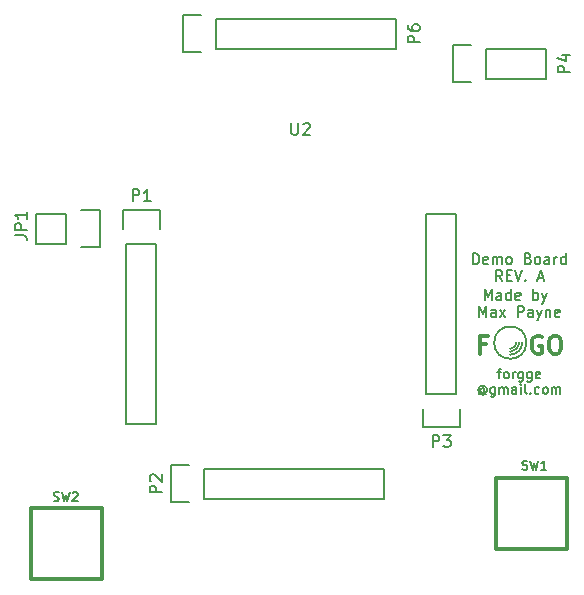
<source format=gto>
G04 #@! TF.FileFunction,Legend,Top*
%FSLAX46Y46*%
G04 Gerber Fmt 4.6, Leading zero omitted, Abs format (unit mm)*
G04 Created by KiCad (PCBNEW 4.0.1-stable) date Sun 03 Jan 2016 01:50:34 PM EET*
%MOMM*%
G01*
G04 APERTURE LIST*
%ADD10C,0.100000*%
%ADD11C,0.150000*%
%ADD12C,0.160000*%
%ADD13C,0.300000*%
%ADD14C,0.200000*%
%ADD15C,0.299720*%
%ADD16C,0.127000*%
G04 APERTURE END LIST*
D10*
D11*
X166042572Y-101038429D02*
X166351143Y-101038429D01*
X166158286Y-101578429D02*
X166158286Y-100884143D01*
X166196858Y-100807000D01*
X166274000Y-100768429D01*
X166351143Y-100768429D01*
X166736857Y-101578429D02*
X166659715Y-101539857D01*
X166621143Y-101501286D01*
X166582572Y-101424143D01*
X166582572Y-101192714D01*
X166621143Y-101115571D01*
X166659715Y-101077000D01*
X166736857Y-101038429D01*
X166852572Y-101038429D01*
X166929715Y-101077000D01*
X166968286Y-101115571D01*
X167006857Y-101192714D01*
X167006857Y-101424143D01*
X166968286Y-101501286D01*
X166929715Y-101539857D01*
X166852572Y-101578429D01*
X166736857Y-101578429D01*
X167354000Y-101578429D02*
X167354000Y-101038429D01*
X167354000Y-101192714D02*
X167392572Y-101115571D01*
X167431143Y-101077000D01*
X167508286Y-101038429D01*
X167585429Y-101038429D01*
X168202572Y-101038429D02*
X168202572Y-101694143D01*
X168164001Y-101771286D01*
X168125429Y-101809857D01*
X168048286Y-101848429D01*
X167932572Y-101848429D01*
X167855429Y-101809857D01*
X168202572Y-101539857D02*
X168125429Y-101578429D01*
X167971143Y-101578429D01*
X167894001Y-101539857D01*
X167855429Y-101501286D01*
X167816858Y-101424143D01*
X167816858Y-101192714D01*
X167855429Y-101115571D01*
X167894001Y-101077000D01*
X167971143Y-101038429D01*
X168125429Y-101038429D01*
X168202572Y-101077000D01*
X168935429Y-101038429D02*
X168935429Y-101694143D01*
X168896858Y-101771286D01*
X168858286Y-101809857D01*
X168781143Y-101848429D01*
X168665429Y-101848429D01*
X168588286Y-101809857D01*
X168935429Y-101539857D02*
X168858286Y-101578429D01*
X168704000Y-101578429D01*
X168626858Y-101539857D01*
X168588286Y-101501286D01*
X168549715Y-101424143D01*
X168549715Y-101192714D01*
X168588286Y-101115571D01*
X168626858Y-101077000D01*
X168704000Y-101038429D01*
X168858286Y-101038429D01*
X168935429Y-101077000D01*
X169629715Y-101539857D02*
X169552572Y-101578429D01*
X169398286Y-101578429D01*
X169321143Y-101539857D01*
X169282572Y-101462714D01*
X169282572Y-101154143D01*
X169321143Y-101077000D01*
X169398286Y-101038429D01*
X169552572Y-101038429D01*
X169629715Y-101077000D01*
X169668286Y-101154143D01*
X169668286Y-101231286D01*
X169282572Y-101308429D01*
X164943286Y-102476714D02*
X164904714Y-102438143D01*
X164827571Y-102399571D01*
X164750429Y-102399571D01*
X164673286Y-102438143D01*
X164634714Y-102476714D01*
X164596143Y-102553857D01*
X164596143Y-102631000D01*
X164634714Y-102708143D01*
X164673286Y-102746714D01*
X164750429Y-102785286D01*
X164827571Y-102785286D01*
X164904714Y-102746714D01*
X164943286Y-102708143D01*
X164943286Y-102399571D02*
X164943286Y-102708143D01*
X164981857Y-102746714D01*
X165020429Y-102746714D01*
X165097571Y-102708143D01*
X165136143Y-102631000D01*
X165136143Y-102438143D01*
X165059000Y-102322429D01*
X164943286Y-102245286D01*
X164789000Y-102206714D01*
X164634714Y-102245286D01*
X164519000Y-102322429D01*
X164441857Y-102438143D01*
X164403286Y-102592429D01*
X164441857Y-102746714D01*
X164519000Y-102862429D01*
X164634714Y-102939571D01*
X164789000Y-102978143D01*
X164943286Y-102939571D01*
X165059000Y-102862429D01*
X165830429Y-102322429D02*
X165830429Y-102978143D01*
X165791858Y-103055286D01*
X165753286Y-103093857D01*
X165676143Y-103132429D01*
X165560429Y-103132429D01*
X165483286Y-103093857D01*
X165830429Y-102823857D02*
X165753286Y-102862429D01*
X165599000Y-102862429D01*
X165521858Y-102823857D01*
X165483286Y-102785286D01*
X165444715Y-102708143D01*
X165444715Y-102476714D01*
X165483286Y-102399571D01*
X165521858Y-102361000D01*
X165599000Y-102322429D01*
X165753286Y-102322429D01*
X165830429Y-102361000D01*
X166216143Y-102862429D02*
X166216143Y-102322429D01*
X166216143Y-102399571D02*
X166254715Y-102361000D01*
X166331857Y-102322429D01*
X166447572Y-102322429D01*
X166524715Y-102361000D01*
X166563286Y-102438143D01*
X166563286Y-102862429D01*
X166563286Y-102438143D02*
X166601857Y-102361000D01*
X166679000Y-102322429D01*
X166794715Y-102322429D01*
X166871857Y-102361000D01*
X166910429Y-102438143D01*
X166910429Y-102862429D01*
X167643286Y-102862429D02*
X167643286Y-102438143D01*
X167604715Y-102361000D01*
X167527572Y-102322429D01*
X167373286Y-102322429D01*
X167296143Y-102361000D01*
X167643286Y-102823857D02*
X167566143Y-102862429D01*
X167373286Y-102862429D01*
X167296143Y-102823857D01*
X167257572Y-102746714D01*
X167257572Y-102669571D01*
X167296143Y-102592429D01*
X167373286Y-102553857D01*
X167566143Y-102553857D01*
X167643286Y-102515286D01*
X168029000Y-102862429D02*
X168029000Y-102322429D01*
X168029000Y-102052429D02*
X167990429Y-102091000D01*
X168029000Y-102129571D01*
X168067572Y-102091000D01*
X168029000Y-102052429D01*
X168029000Y-102129571D01*
X168530428Y-102862429D02*
X168453286Y-102823857D01*
X168414714Y-102746714D01*
X168414714Y-102052429D01*
X168839000Y-102785286D02*
X168877572Y-102823857D01*
X168839000Y-102862429D01*
X168800429Y-102823857D01*
X168839000Y-102785286D01*
X168839000Y-102862429D01*
X169571857Y-102823857D02*
X169494714Y-102862429D01*
X169340428Y-102862429D01*
X169263286Y-102823857D01*
X169224714Y-102785286D01*
X169186143Y-102708143D01*
X169186143Y-102476714D01*
X169224714Y-102399571D01*
X169263286Y-102361000D01*
X169340428Y-102322429D01*
X169494714Y-102322429D01*
X169571857Y-102361000D01*
X170034714Y-102862429D02*
X169957572Y-102823857D01*
X169919000Y-102785286D01*
X169880429Y-102708143D01*
X169880429Y-102476714D01*
X169919000Y-102399571D01*
X169957572Y-102361000D01*
X170034714Y-102322429D01*
X170150429Y-102322429D01*
X170227572Y-102361000D01*
X170266143Y-102399571D01*
X170304714Y-102476714D01*
X170304714Y-102708143D01*
X170266143Y-102785286D01*
X170227572Y-102823857D01*
X170150429Y-102862429D01*
X170034714Y-102862429D01*
X170651857Y-102862429D02*
X170651857Y-102322429D01*
X170651857Y-102399571D02*
X170690429Y-102361000D01*
X170767571Y-102322429D01*
X170883286Y-102322429D01*
X170960429Y-102361000D01*
X170999000Y-102438143D01*
X170999000Y-102862429D01*
X170999000Y-102438143D02*
X171037571Y-102361000D01*
X171114714Y-102322429D01*
X171230429Y-102322429D01*
X171307571Y-102361000D01*
X171346143Y-102438143D01*
X171346143Y-102862429D01*
D12*
X167132000Y-99314000D02*
G75*
G03X167894000Y-98552000I0J762000D01*
G01*
X167132000Y-99568000D02*
G75*
G03X168148000Y-98552000I0J1016000D01*
G01*
X167132000Y-99060000D02*
G75*
G03X167640000Y-98552000I0J508000D01*
G01*
D13*
X169787143Y-98056000D02*
X169644286Y-97984571D01*
X169430000Y-97984571D01*
X169215715Y-98056000D01*
X169072857Y-98198857D01*
X169001429Y-98341714D01*
X168930000Y-98627429D01*
X168930000Y-98841714D01*
X169001429Y-99127429D01*
X169072857Y-99270286D01*
X169215715Y-99413143D01*
X169430000Y-99484571D01*
X169572857Y-99484571D01*
X169787143Y-99413143D01*
X169858572Y-99341714D01*
X169858572Y-98841714D01*
X169572857Y-98841714D01*
X170787143Y-97984571D02*
X171072857Y-97984571D01*
X171215715Y-98056000D01*
X171358572Y-98198857D01*
X171430000Y-98484571D01*
X171430000Y-98984571D01*
X171358572Y-99270286D01*
X171215715Y-99413143D01*
X171072857Y-99484571D01*
X170787143Y-99484571D01*
X170644286Y-99413143D01*
X170501429Y-99270286D01*
X170430000Y-98984571D01*
X170430000Y-98484571D01*
X170501429Y-98198857D01*
X170644286Y-98056000D01*
X170787143Y-97984571D01*
X165060286Y-98698857D02*
X164560286Y-98698857D01*
X164560286Y-99484571D02*
X164560286Y-97984571D01*
X165274572Y-97984571D01*
D14*
X168499832Y-98552000D02*
G75*
G03X168499832Y-98552000I-1367832J0D01*
G01*
D12*
X164958286Y-94947143D02*
X164958286Y-94047143D01*
X165258286Y-94690000D01*
X165558286Y-94047143D01*
X165558286Y-94947143D01*
X166372571Y-94947143D02*
X166372571Y-94475714D01*
X166329714Y-94390000D01*
X166244000Y-94347143D01*
X166072571Y-94347143D01*
X165986857Y-94390000D01*
X166372571Y-94904286D02*
X166286857Y-94947143D01*
X166072571Y-94947143D01*
X165986857Y-94904286D01*
X165944000Y-94818571D01*
X165944000Y-94732857D01*
X165986857Y-94647143D01*
X166072571Y-94604286D01*
X166286857Y-94604286D01*
X166372571Y-94561429D01*
X167186857Y-94947143D02*
X167186857Y-94047143D01*
X167186857Y-94904286D02*
X167101143Y-94947143D01*
X166929714Y-94947143D01*
X166844000Y-94904286D01*
X166801143Y-94861429D01*
X166758286Y-94775714D01*
X166758286Y-94518571D01*
X166801143Y-94432857D01*
X166844000Y-94390000D01*
X166929714Y-94347143D01*
X167101143Y-94347143D01*
X167186857Y-94390000D01*
X167958286Y-94904286D02*
X167872572Y-94947143D01*
X167701143Y-94947143D01*
X167615429Y-94904286D01*
X167572572Y-94818571D01*
X167572572Y-94475714D01*
X167615429Y-94390000D01*
X167701143Y-94347143D01*
X167872572Y-94347143D01*
X167958286Y-94390000D01*
X168001143Y-94475714D01*
X168001143Y-94561429D01*
X167572572Y-94647143D01*
X169072572Y-94947143D02*
X169072572Y-94047143D01*
X169072572Y-94390000D02*
X169158286Y-94347143D01*
X169329715Y-94347143D01*
X169415429Y-94390000D01*
X169458286Y-94432857D01*
X169501143Y-94518571D01*
X169501143Y-94775714D01*
X169458286Y-94861429D01*
X169415429Y-94904286D01*
X169329715Y-94947143D01*
X169158286Y-94947143D01*
X169072572Y-94904286D01*
X169801143Y-94347143D02*
X170015429Y-94947143D01*
X170229715Y-94347143D02*
X170015429Y-94947143D01*
X169929715Y-95161429D01*
X169886858Y-95204286D01*
X169801143Y-95247143D01*
X164486858Y-96367143D02*
X164486858Y-95467143D01*
X164786858Y-96110000D01*
X165086858Y-95467143D01*
X165086858Y-96367143D01*
X165901143Y-96367143D02*
X165901143Y-95895714D01*
X165858286Y-95810000D01*
X165772572Y-95767143D01*
X165601143Y-95767143D01*
X165515429Y-95810000D01*
X165901143Y-96324286D02*
X165815429Y-96367143D01*
X165601143Y-96367143D01*
X165515429Y-96324286D01*
X165472572Y-96238571D01*
X165472572Y-96152857D01*
X165515429Y-96067143D01*
X165601143Y-96024286D01*
X165815429Y-96024286D01*
X165901143Y-95981429D01*
X166244000Y-96367143D02*
X166715429Y-95767143D01*
X166244000Y-95767143D02*
X166715429Y-96367143D01*
X167744000Y-96367143D02*
X167744000Y-95467143D01*
X168086857Y-95467143D01*
X168172571Y-95510000D01*
X168215428Y-95552857D01*
X168258285Y-95638571D01*
X168258285Y-95767143D01*
X168215428Y-95852857D01*
X168172571Y-95895714D01*
X168086857Y-95938571D01*
X167744000Y-95938571D01*
X169029714Y-96367143D02*
X169029714Y-95895714D01*
X168986857Y-95810000D01*
X168901143Y-95767143D01*
X168729714Y-95767143D01*
X168644000Y-95810000D01*
X169029714Y-96324286D02*
X168944000Y-96367143D01*
X168729714Y-96367143D01*
X168644000Y-96324286D01*
X168601143Y-96238571D01*
X168601143Y-96152857D01*
X168644000Y-96067143D01*
X168729714Y-96024286D01*
X168944000Y-96024286D01*
X169029714Y-95981429D01*
X169372571Y-95767143D02*
X169586857Y-96367143D01*
X169801143Y-95767143D02*
X169586857Y-96367143D01*
X169501143Y-96581429D01*
X169458286Y-96624286D01*
X169372571Y-96667143D01*
X170144000Y-95767143D02*
X170144000Y-96367143D01*
X170144000Y-95852857D02*
X170186857Y-95810000D01*
X170272571Y-95767143D01*
X170401143Y-95767143D01*
X170486857Y-95810000D01*
X170529714Y-95895714D01*
X170529714Y-96367143D01*
X171301143Y-96324286D02*
X171215429Y-96367143D01*
X171044000Y-96367143D01*
X170958286Y-96324286D01*
X170915429Y-96238571D01*
X170915429Y-95895714D01*
X170958286Y-95810000D01*
X171044000Y-95767143D01*
X171215429Y-95767143D01*
X171301143Y-95810000D01*
X171344000Y-95895714D01*
X171344000Y-95981429D01*
X170915429Y-96067143D01*
X163972571Y-91899143D02*
X163972571Y-90999143D01*
X164186856Y-90999143D01*
X164315428Y-91042000D01*
X164401142Y-91127714D01*
X164443999Y-91213429D01*
X164486856Y-91384857D01*
X164486856Y-91513429D01*
X164443999Y-91684857D01*
X164401142Y-91770571D01*
X164315428Y-91856286D01*
X164186856Y-91899143D01*
X163972571Y-91899143D01*
X165215428Y-91856286D02*
X165129714Y-91899143D01*
X164958285Y-91899143D01*
X164872571Y-91856286D01*
X164829714Y-91770571D01*
X164829714Y-91427714D01*
X164872571Y-91342000D01*
X164958285Y-91299143D01*
X165129714Y-91299143D01*
X165215428Y-91342000D01*
X165258285Y-91427714D01*
X165258285Y-91513429D01*
X164829714Y-91599143D01*
X165644000Y-91899143D02*
X165644000Y-91299143D01*
X165644000Y-91384857D02*
X165686857Y-91342000D01*
X165772571Y-91299143D01*
X165901143Y-91299143D01*
X165986857Y-91342000D01*
X166029714Y-91427714D01*
X166029714Y-91899143D01*
X166029714Y-91427714D02*
X166072571Y-91342000D01*
X166158285Y-91299143D01*
X166286857Y-91299143D01*
X166372571Y-91342000D01*
X166415428Y-91427714D01*
X166415428Y-91899143D01*
X166972571Y-91899143D02*
X166886857Y-91856286D01*
X166844000Y-91813429D01*
X166801143Y-91727714D01*
X166801143Y-91470571D01*
X166844000Y-91384857D01*
X166886857Y-91342000D01*
X166972571Y-91299143D01*
X167101143Y-91299143D01*
X167186857Y-91342000D01*
X167229714Y-91384857D01*
X167272571Y-91470571D01*
X167272571Y-91727714D01*
X167229714Y-91813429D01*
X167186857Y-91856286D01*
X167101143Y-91899143D01*
X166972571Y-91899143D01*
X168644000Y-91427714D02*
X168772571Y-91470571D01*
X168815428Y-91513429D01*
X168858285Y-91599143D01*
X168858285Y-91727714D01*
X168815428Y-91813429D01*
X168772571Y-91856286D01*
X168686857Y-91899143D01*
X168344000Y-91899143D01*
X168344000Y-90999143D01*
X168644000Y-90999143D01*
X168729714Y-91042000D01*
X168772571Y-91084857D01*
X168815428Y-91170571D01*
X168815428Y-91256286D01*
X168772571Y-91342000D01*
X168729714Y-91384857D01*
X168644000Y-91427714D01*
X168344000Y-91427714D01*
X169372571Y-91899143D02*
X169286857Y-91856286D01*
X169244000Y-91813429D01*
X169201143Y-91727714D01*
X169201143Y-91470571D01*
X169244000Y-91384857D01*
X169286857Y-91342000D01*
X169372571Y-91299143D01*
X169501143Y-91299143D01*
X169586857Y-91342000D01*
X169629714Y-91384857D01*
X169672571Y-91470571D01*
X169672571Y-91727714D01*
X169629714Y-91813429D01*
X169586857Y-91856286D01*
X169501143Y-91899143D01*
X169372571Y-91899143D01*
X170444000Y-91899143D02*
X170444000Y-91427714D01*
X170401143Y-91342000D01*
X170315429Y-91299143D01*
X170144000Y-91299143D01*
X170058286Y-91342000D01*
X170444000Y-91856286D02*
X170358286Y-91899143D01*
X170144000Y-91899143D01*
X170058286Y-91856286D01*
X170015429Y-91770571D01*
X170015429Y-91684857D01*
X170058286Y-91599143D01*
X170144000Y-91556286D01*
X170358286Y-91556286D01*
X170444000Y-91513429D01*
X170872572Y-91899143D02*
X170872572Y-91299143D01*
X170872572Y-91470571D02*
X170915429Y-91384857D01*
X170958286Y-91342000D01*
X171044000Y-91299143D01*
X171129715Y-91299143D01*
X171815429Y-91899143D02*
X171815429Y-90999143D01*
X171815429Y-91856286D02*
X171729715Y-91899143D01*
X171558286Y-91899143D01*
X171472572Y-91856286D01*
X171429715Y-91813429D01*
X171386858Y-91727714D01*
X171386858Y-91470571D01*
X171429715Y-91384857D01*
X171472572Y-91342000D01*
X171558286Y-91299143D01*
X171729715Y-91299143D01*
X171815429Y-91342000D01*
X166436857Y-93319143D02*
X166136857Y-92890571D01*
X165922572Y-93319143D02*
X165922572Y-92419143D01*
X166265429Y-92419143D01*
X166351143Y-92462000D01*
X166394000Y-92504857D01*
X166436857Y-92590571D01*
X166436857Y-92719143D01*
X166394000Y-92804857D01*
X166351143Y-92847714D01*
X166265429Y-92890571D01*
X165922572Y-92890571D01*
X166822572Y-92847714D02*
X167122572Y-92847714D01*
X167251143Y-93319143D02*
X166822572Y-93319143D01*
X166822572Y-92419143D01*
X167251143Y-92419143D01*
X167508286Y-92419143D02*
X167808286Y-93319143D01*
X168108286Y-92419143D01*
X168408287Y-93233429D02*
X168451144Y-93276286D01*
X168408287Y-93319143D01*
X168365430Y-93276286D01*
X168408287Y-93233429D01*
X168408287Y-93319143D01*
X169479715Y-93062000D02*
X169908286Y-93062000D01*
X169394000Y-93319143D02*
X169694000Y-92419143D01*
X169994000Y-93319143D01*
D11*
X129540000Y-90170000D02*
X127000000Y-90170000D01*
X132360000Y-90450000D02*
X130810000Y-90450000D01*
X129540000Y-90170000D02*
X129540000Y-87630000D01*
X130810000Y-87350000D02*
X132360000Y-87350000D01*
X132360000Y-87350000D02*
X132360000Y-90450000D01*
X129540000Y-87630000D02*
X127000000Y-87630000D01*
X127000000Y-87630000D02*
X127000000Y-90170000D01*
X137160000Y-90170000D02*
X137160000Y-105410000D01*
X137160000Y-105410000D02*
X134620000Y-105410000D01*
X134620000Y-105410000D02*
X134620000Y-90170000D01*
X137440000Y-87350000D02*
X137440000Y-88900000D01*
X137160000Y-90170000D02*
X134620000Y-90170000D01*
X134340000Y-88900000D02*
X134340000Y-87350000D01*
X134340000Y-87350000D02*
X137440000Y-87350000D01*
X160020000Y-102870000D02*
X160020000Y-87630000D01*
X160020000Y-87630000D02*
X162560000Y-87630000D01*
X162560000Y-87630000D02*
X162560000Y-102870000D01*
X159740000Y-105690000D02*
X159740000Y-104140000D01*
X160020000Y-102870000D02*
X162560000Y-102870000D01*
X162840000Y-104140000D02*
X162840000Y-105690000D01*
X162840000Y-105690000D02*
X159740000Y-105690000D01*
X165100000Y-76200000D02*
X170180000Y-76200000D01*
X170180000Y-76200000D02*
X170180000Y-73660000D01*
X170180000Y-73660000D02*
X165100000Y-73660000D01*
X162280000Y-73380000D02*
X163830000Y-73380000D01*
X165100000Y-73660000D02*
X165100000Y-76200000D01*
X163830000Y-76480000D02*
X162280000Y-76480000D01*
X162280000Y-76480000D02*
X162280000Y-73380000D01*
X142240000Y-71120000D02*
X157480000Y-71120000D01*
X157480000Y-71120000D02*
X157480000Y-73660000D01*
X157480000Y-73660000D02*
X142240000Y-73660000D01*
X139420000Y-70840000D02*
X140970000Y-70840000D01*
X142240000Y-71120000D02*
X142240000Y-73660000D01*
X140970000Y-73940000D02*
X139420000Y-73940000D01*
X139420000Y-73940000D02*
X139420000Y-70840000D01*
X141224000Y-109220000D02*
X156464000Y-109220000D01*
X156464000Y-109220000D02*
X156464000Y-111760000D01*
X156464000Y-111760000D02*
X141224000Y-111760000D01*
X138404000Y-108940000D02*
X139954000Y-108940000D01*
X141224000Y-109220000D02*
X141224000Y-111760000D01*
X139954000Y-112040000D02*
X138404000Y-112040000D01*
X138404000Y-112040000D02*
X138404000Y-108940000D01*
D15*
X171909740Y-110030260D02*
X171909740Y-116029740D01*
X171909740Y-116029740D02*
X165910260Y-116029740D01*
X165910260Y-116029740D02*
X165910260Y-110030260D01*
X165910260Y-110030260D02*
X171909740Y-110030260D01*
X126540260Y-112570260D02*
X132539740Y-112570260D01*
X132539740Y-112570260D02*
X132539740Y-118569740D01*
X132539740Y-118569740D02*
X126540260Y-118569740D01*
X126540260Y-118569740D02*
X126540260Y-112570260D01*
D11*
X125182381Y-89479333D02*
X125896667Y-89479333D01*
X126039524Y-89526953D01*
X126134762Y-89622191D01*
X126182381Y-89765048D01*
X126182381Y-89860286D01*
X126182381Y-89003143D02*
X125182381Y-89003143D01*
X125182381Y-88622190D01*
X125230000Y-88526952D01*
X125277619Y-88479333D01*
X125372857Y-88431714D01*
X125515714Y-88431714D01*
X125610952Y-88479333D01*
X125658571Y-88526952D01*
X125706190Y-88622190D01*
X125706190Y-89003143D01*
X126182381Y-87479333D02*
X126182381Y-88050762D01*
X126182381Y-87765048D02*
X125182381Y-87765048D01*
X125325238Y-87860286D01*
X125420476Y-87955524D01*
X125468095Y-88050762D01*
X135151905Y-86558381D02*
X135151905Y-85558381D01*
X135532858Y-85558381D01*
X135628096Y-85606000D01*
X135675715Y-85653619D01*
X135723334Y-85748857D01*
X135723334Y-85891714D01*
X135675715Y-85986952D01*
X135628096Y-86034571D01*
X135532858Y-86082190D01*
X135151905Y-86082190D01*
X136675715Y-86558381D02*
X136104286Y-86558381D01*
X136390000Y-86558381D02*
X136390000Y-85558381D01*
X136294762Y-85701238D01*
X136199524Y-85796476D01*
X136104286Y-85844095D01*
D12*
X160551905Y-107386381D02*
X160551905Y-106386381D01*
X160932858Y-106386381D01*
X161028096Y-106434000D01*
X161075715Y-106481619D01*
X161123334Y-106576857D01*
X161123334Y-106719714D01*
X161075715Y-106814952D01*
X161028096Y-106862571D01*
X160932858Y-106910190D01*
X160551905Y-106910190D01*
X161456667Y-106386381D02*
X162075715Y-106386381D01*
X161742381Y-106767333D01*
X161885239Y-106767333D01*
X161980477Y-106814952D01*
X162028096Y-106862571D01*
X162075715Y-106957810D01*
X162075715Y-107195905D01*
X162028096Y-107291143D01*
X161980477Y-107338762D01*
X161885239Y-107386381D01*
X161599524Y-107386381D01*
X161504286Y-107338762D01*
X161456667Y-107291143D01*
D11*
X172156381Y-75668095D02*
X171156381Y-75668095D01*
X171156381Y-75287142D01*
X171204000Y-75191904D01*
X171251619Y-75144285D01*
X171346857Y-75096666D01*
X171489714Y-75096666D01*
X171584952Y-75144285D01*
X171632571Y-75191904D01*
X171680190Y-75287142D01*
X171680190Y-75668095D01*
X171489714Y-74239523D02*
X172156381Y-74239523D01*
X171108762Y-74477619D02*
X171823048Y-74715714D01*
X171823048Y-74096666D01*
D12*
X148590095Y-79970381D02*
X148590095Y-80779905D01*
X148637714Y-80875143D01*
X148685333Y-80922762D01*
X148780571Y-80970381D01*
X148971048Y-80970381D01*
X149066286Y-80922762D01*
X149113905Y-80875143D01*
X149161524Y-80779905D01*
X149161524Y-79970381D01*
X149590095Y-80065619D02*
X149637714Y-80018000D01*
X149732952Y-79970381D01*
X149971048Y-79970381D01*
X150066286Y-80018000D01*
X150113905Y-80065619D01*
X150161524Y-80160857D01*
X150161524Y-80256095D01*
X150113905Y-80398952D01*
X149542476Y-80970381D01*
X150161524Y-80970381D01*
X159456381Y-73128095D02*
X158456381Y-73128095D01*
X158456381Y-72747142D01*
X158504000Y-72651904D01*
X158551619Y-72604285D01*
X158646857Y-72556666D01*
X158789714Y-72556666D01*
X158884952Y-72604285D01*
X158932571Y-72651904D01*
X158980190Y-72747142D01*
X158980190Y-73128095D01*
X158456381Y-71699523D02*
X158456381Y-71890000D01*
X158504000Y-71985238D01*
X158551619Y-72032857D01*
X158694476Y-72128095D01*
X158884952Y-72175714D01*
X159265905Y-72175714D01*
X159361143Y-72128095D01*
X159408762Y-72080476D01*
X159456381Y-71985238D01*
X159456381Y-71794761D01*
X159408762Y-71699523D01*
X159361143Y-71651904D01*
X159265905Y-71604285D01*
X159027810Y-71604285D01*
X158932571Y-71651904D01*
X158884952Y-71699523D01*
X158837333Y-71794761D01*
X158837333Y-71985238D01*
X158884952Y-72080476D01*
X158932571Y-72128095D01*
X159027810Y-72175714D01*
D11*
X137612381Y-111228095D02*
X136612381Y-111228095D01*
X136612381Y-110847142D01*
X136660000Y-110751904D01*
X136707619Y-110704285D01*
X136802857Y-110656666D01*
X136945714Y-110656666D01*
X137040952Y-110704285D01*
X137088571Y-110751904D01*
X137136190Y-110847142D01*
X137136190Y-111228095D01*
X136707619Y-110275714D02*
X136660000Y-110228095D01*
X136612381Y-110132857D01*
X136612381Y-109894761D01*
X136660000Y-109799523D01*
X136707619Y-109751904D01*
X136802857Y-109704285D01*
X136898095Y-109704285D01*
X137040952Y-109751904D01*
X137612381Y-110323333D01*
X137612381Y-109704285D01*
D16*
X168148001Y-109274429D02*
X168256858Y-109310714D01*
X168438287Y-109310714D01*
X168510858Y-109274429D01*
X168547144Y-109238143D01*
X168583429Y-109165571D01*
X168583429Y-109093000D01*
X168547144Y-109020429D01*
X168510858Y-108984143D01*
X168438287Y-108947857D01*
X168293144Y-108911571D01*
X168220572Y-108875286D01*
X168184287Y-108839000D01*
X168148001Y-108766429D01*
X168148001Y-108693857D01*
X168184287Y-108621286D01*
X168220572Y-108585000D01*
X168293144Y-108548714D01*
X168474572Y-108548714D01*
X168583429Y-108585000D01*
X168837429Y-108548714D02*
X169018858Y-109310714D01*
X169164001Y-108766429D01*
X169309143Y-109310714D01*
X169490572Y-108548714D01*
X170180000Y-109310714D02*
X169744572Y-109310714D01*
X169962286Y-109310714D02*
X169962286Y-108548714D01*
X169889715Y-108657571D01*
X169817143Y-108730143D01*
X169744572Y-108766429D01*
X128474001Y-111928429D02*
X128582858Y-111964714D01*
X128764287Y-111964714D01*
X128836858Y-111928429D01*
X128873144Y-111892143D01*
X128909429Y-111819571D01*
X128909429Y-111747000D01*
X128873144Y-111674429D01*
X128836858Y-111638143D01*
X128764287Y-111601857D01*
X128619144Y-111565571D01*
X128546572Y-111529286D01*
X128510287Y-111493000D01*
X128474001Y-111420429D01*
X128474001Y-111347857D01*
X128510287Y-111275286D01*
X128546572Y-111239000D01*
X128619144Y-111202714D01*
X128800572Y-111202714D01*
X128909429Y-111239000D01*
X129163429Y-111202714D02*
X129344858Y-111964714D01*
X129490001Y-111420429D01*
X129635143Y-111964714D01*
X129816572Y-111202714D01*
X130070572Y-111275286D02*
X130106858Y-111239000D01*
X130179429Y-111202714D01*
X130360858Y-111202714D01*
X130433429Y-111239000D01*
X130469715Y-111275286D01*
X130506000Y-111347857D01*
X130506000Y-111420429D01*
X130469715Y-111529286D01*
X130034286Y-111964714D01*
X130506000Y-111964714D01*
M02*

</source>
